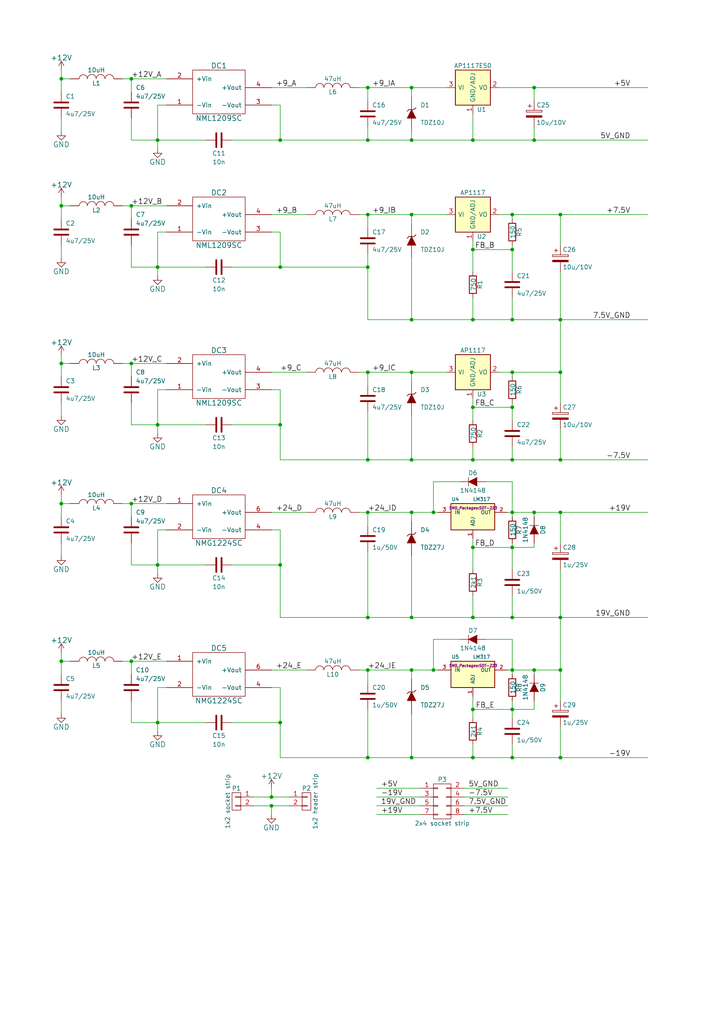
<source format=kicad_sch>
(kicad_sch (version 20230121) (generator eeschema)
  (paper "A4" portrait)
  (junction (at 148.59 62.23))
  (junction (at 81.28 77.47))
  (junction (at 38.1 59.69))
  (junction (at 119.38 107.95))
  (junction (at 119.38 40.64))
  (junction (at 148.59 148.59))
  (junction (at 106.68 62.23))
  (junction (at 119.38 219.71))
  (junction (at 162.56 133.35))
  (junction (at 154.94 25.4))
  (junction (at 45.72 123.19))
  (junction (at 148.59 194.31))
  (junction (at 154.94 194.31))
  (junction (at 162.56 62.23))
  (junction (at 45.72 77.47))
  (junction (at 38.1 22.86))
  (junction (at 119.38 92.71))
  (junction (at 162.56 219.71))
  (junction (at 137.16 205.74))
  (junction (at 154.94 148.59))
  (junction (at 119.38 133.35))
  (junction (at 81.28 209.55))
  (junction (at 45.72 209.55))
  (junction (at 119.38 62.23))
  (junction (at 106.68 77.47))
  (junction (at 38.1 105.41))
  (junction (at 119.38 25.4))
  (junction (at 119.38 148.59))
  (junction (at 78.74 233.68))
  (junction (at 137.16 158.75))
  (junction (at 154.94 40.64))
  (junction (at 137.16 179.07))
  (junction (at 106.68 148.59))
  (junction (at 162.56 107.95))
  (junction (at 17.78 146.05))
  (junction (at 137.16 133.35))
  (junction (at 106.68 133.35))
  (junction (at 38.1 191.77))
  (junction (at 17.78 59.69))
  (junction (at 106.68 40.64))
  (junction (at 137.16 219.71))
  (junction (at 162.56 92.71))
  (junction (at 81.28 163.83))
  (junction (at 119.38 194.31))
  (junction (at 106.68 25.4))
  (junction (at 17.78 191.77))
  (junction (at 137.16 40.64))
  (junction (at 137.16 118.11))
  (junction (at 148.59 133.35))
  (junction (at 119.38 179.07))
  (junction (at 78.74 231.14))
  (junction (at 148.59 92.71))
  (junction (at 125.73 194.31))
  (junction (at 148.59 158.75))
  (junction (at 106.68 179.07))
  (junction (at 106.68 107.95))
  (junction (at 45.72 40.64))
  (junction (at 148.59 118.11))
  (junction (at 81.28 40.64))
  (junction (at 148.59 205.74))
  (junction (at 106.68 219.71))
  (junction (at 125.73 148.59))
  (junction (at 17.78 105.41))
  (junction (at 148.59 107.95))
  (junction (at 162.56 148.59))
  (junction (at 45.72 163.83))
  (junction (at 148.59 219.71))
  (junction (at 162.56 194.31))
  (junction (at 81.28 123.19))
  (junction (at 17.78 22.86))
  (junction (at 148.59 179.07))
  (junction (at 137.16 92.71))
  (junction (at 137.16 72.39))
  (junction (at 38.1 146.05))
  (junction (at 148.59 72.39))
  (junction (at 162.56 179.07))
  (junction (at 106.68 194.31))
  (wire (pts (xy 17.78 116.84) (xy 17.78 120.65)))
  (wire (pts (xy 17.78 59.69) (xy 17.78 63.5)))
  (wire (pts (xy 38.1 163.83) (xy 45.72 163.83)))
  (wire (pts (xy 106.68 148.59) (xy 119.38 148.59)))
  (wire (pts (xy 144.78 25.4) (xy 154.94 25.4)))
  (wire (pts (xy 45.72 77.47) (xy 45.72 80.01)))
  (wire (pts (xy 38.1 40.64) (xy 45.72 40.64)))
  (wire (pts (xy 17.78 57.15) (xy 17.78 59.69)))
  (wire (pts (xy 162.56 219.71) (xy 187.96 219.71)))
  (wire (pts (xy 38.1 191.77) (xy 48.26 191.77)))
  (wire (pts (xy 67.31 77.47) (xy 81.28 77.47)))
  (wire (pts (xy 162.56 92.71) (xy 162.56 107.95)))
  (wire (pts (xy 147.32 236.22) (xy 134.62 236.22)))
  (wire (pts (xy 45.72 40.64) (xy 45.72 43.18)))
  (wire (pts (xy 148.59 157.48) (xy 148.59 158.75)))
  (wire (pts (xy 81.28 123.19) (xy 67.31 123.19)))
  (wire (pts (xy 148.59 179.07) (xy 162.56 179.07)))
  (wire (pts (xy 88.9 107.95) (xy 78.74 107.95)))
  (wire (pts (xy 137.16 115.57) (xy 137.16 118.11)))
  (wire (pts (xy 45.72 113.03) (xy 45.72 123.19)))
  (wire (pts (xy 106.68 62.23) (xy 106.68 66.04)))
  (wire (pts (xy 81.28 163.83) (xy 81.28 179.07)))
  (wire (pts (xy 78.74 153.67) (xy 81.28 153.67)))
  (wire (pts (xy 119.38 194.31) (xy 125.73 194.31)))
  (wire (pts (xy 147.32 228.6) (xy 134.62 228.6)))
  (wire (pts (xy 106.68 62.23) (xy 119.38 62.23)))
  (wire (pts (xy 45.72 77.47) (xy 59.69 77.47)))
  (wire (pts (xy 140.97 185.42) (xy 148.59 185.42)))
  (wire (pts (xy 137.16 158.75) (xy 137.16 165.1)))
  (wire (pts (xy 137.16 40.64) (xy 137.16 33.02)))
  (wire (pts (xy 106.68 179.07) (xy 119.38 179.07)))
  (wire (pts (xy 17.78 143.51) (xy 17.78 146.05)))
  (wire (pts (xy 148.59 109.22) (xy 148.59 107.95)))
  (wire (pts (xy 154.94 29.21) (xy 154.94 25.4)))
  (wire (pts (xy 148.59 129.54) (xy 148.59 133.35)))
  (wire (pts (xy 45.72 163.83) (xy 59.69 163.83)))
  (wire (pts (xy 119.38 219.71) (xy 137.16 219.71)))
  (wire (pts (xy 162.56 71.12) (xy 162.56 62.23)))
  (wire (pts (xy 140.97 139.7) (xy 148.59 139.7)))
  (wire (pts (xy 148.59 92.71) (xy 162.56 92.71)))
  (wire (pts (xy 154.94 194.31) (xy 148.59 194.31)))
  (wire (pts (xy 125.73 148.59) (xy 127 148.59)))
  (wire (pts (xy 38.1 26.67) (xy 38.1 22.86)))
  (wire (pts (xy 119.38 92.71) (xy 137.16 92.71)))
  (wire (pts (xy 38.1 22.86) (xy 48.26 22.86)))
  (wire (pts (xy 38.1 163.83) (xy 38.1 157.48)))
  (wire (pts (xy 162.56 92.71) (xy 187.96 92.71)))
  (wire (pts (xy 137.16 92.71) (xy 148.59 92.71)))
  (wire (pts (xy 17.78 34.29) (xy 17.78 38.1)))
  (wire (pts (xy 17.78 203.2) (xy 17.78 207.01)))
  (wire (pts (xy 81.28 163.83) (xy 67.31 163.83)))
  (wire (pts (xy 48.26 30.48) (xy 45.72 30.48)))
  (wire (pts (xy 119.38 151.13) (xy 119.38 148.59)))
  (wire (pts (xy 104.14 62.23) (xy 106.68 62.23)))
  (wire (pts (xy 148.59 148.59) (xy 154.94 148.59)))
  (wire (pts (xy 38.1 40.64) (xy 38.1 34.29)))
  (wire (pts (xy 45.72 123.19) (xy 59.69 123.19)))
  (wire (pts (xy 148.59 172.72) (xy 148.59 179.07)))
  (wire (pts (xy 162.56 124.46) (xy 162.56 133.35)))
  (wire (pts (xy 81.28 179.07) (xy 106.68 179.07)))
  (wire (pts (xy 121.92 236.22) (xy 109.22 236.22)))
  (wire (pts (xy 45.72 209.55) (xy 59.69 209.55)))
  (wire (pts (xy 35.56 191.77) (xy 38.1 191.77)))
  (wire (pts (xy 78.74 231.14) (xy 78.74 228.6)))
  (wire (pts (xy 148.59 72.39) (xy 148.59 78.74)))
  (wire (pts (xy 125.73 139.7) (xy 125.73 148.59)))
  (wire (pts (xy 154.94 40.64) (xy 187.96 40.64)))
  (wire (pts (xy 38.1 149.86) (xy 38.1 146.05)))
  (wire (pts (xy 106.68 25.4) (xy 106.68 29.21)))
  (wire (pts (xy 119.38 62.23) (xy 129.54 62.23)))
  (wire (pts (xy 137.16 133.35) (xy 148.59 133.35)))
  (wire (pts (xy 20.32 105.41) (xy 17.78 105.41)))
  (wire (pts (xy 38.1 63.5) (xy 38.1 59.69)))
  (wire (pts (xy 81.28 67.31) (xy 81.28 77.47)))
  (wire (pts (xy 119.38 110.49) (xy 119.38 107.95)))
  (wire (pts (xy 119.38 196.85) (xy 119.38 194.31)))
  (wire (pts (xy 78.74 62.23) (xy 88.9 62.23)))
  (wire (pts (xy 104.14 25.4) (xy 106.68 25.4)))
  (wire (pts (xy 38.1 77.47) (xy 38.1 71.12)))
  (wire (pts (xy 148.59 205.74) (xy 148.59 208.28)))
  (wire (pts (xy 162.56 78.74) (xy 162.56 92.71)))
  (wire (pts (xy 162.56 107.95) (xy 162.56 116.84)))
  (wire (pts (xy 119.38 27.94) (xy 119.38 25.4)))
  (wire (pts (xy 137.16 201.93) (xy 137.16 205.74)))
  (wire (pts (xy 38.1 209.55) (xy 38.1 203.2)))
  (wire (pts (xy 48.26 199.39) (xy 45.72 199.39)))
  (wire (pts (xy 17.78 191.77) (xy 17.78 195.58)))
  (wire (pts (xy 78.74 67.31) (xy 81.28 67.31)))
  (wire (pts (xy 17.78 20.32) (xy 17.78 22.86)))
  (wire (pts (xy 20.32 146.05) (xy 17.78 146.05)))
  (wire (pts (xy 45.72 123.19) (xy 45.72 125.73)))
  (wire (pts (xy 144.78 107.95) (xy 148.59 107.95)))
  (wire (pts (xy 45.72 209.55) (xy 45.72 212.09)))
  (wire (pts (xy 17.78 22.86) (xy 17.78 26.67)))
  (wire (pts (xy 125.73 194.31) (xy 127 194.31)))
  (wire (pts (xy 67.31 209.55) (xy 81.28 209.55)))
  (wire (pts (xy 35.56 59.69) (xy 38.1 59.69)))
  (wire (pts (xy 119.38 74.93) (xy 119.38 92.71)))
  (wire (pts (xy 162.56 194.31) (xy 162.56 203.2)))
  (wire (pts (xy 162.56 179.07) (xy 187.96 179.07)))
  (wire (pts (xy 148.59 194.31) (xy 147.32 194.31)))
  (wire (pts (xy 35.56 22.86) (xy 38.1 22.86)))
  (wire (pts (xy 133.35 185.42) (xy 125.73 185.42)))
  (wire (pts (xy 106.68 160.02) (xy 106.68 179.07)))
  (wire (pts (xy 154.94 36.83) (xy 154.94 40.64)))
  (wire (pts (xy 148.59 185.42) (xy 148.59 194.31)))
  (wire (pts (xy 106.68 219.71) (xy 119.38 219.71)))
  (wire (pts (xy 78.74 148.59) (xy 88.9 148.59)))
  (wire (pts (xy 148.59 116.84) (xy 148.59 118.11)))
  (wire (pts (xy 38.1 123.19) (xy 45.72 123.19)))
  (wire (pts (xy 81.28 113.03) (xy 81.28 123.19)))
  (wire (pts (xy 88.9 194.31) (xy 78.74 194.31)))
  (wire (pts (xy 119.38 161.29) (xy 119.38 179.07)))
  (wire (pts (xy 38.1 146.05) (xy 48.26 146.05)))
  (wire (pts (xy 78.74 25.4) (xy 88.9 25.4)))
  (wire (pts (xy 148.59 107.95) (xy 162.56 107.95)))
  (wire (pts (xy 106.68 205.74) (xy 106.68 219.71)))
  (wire (pts (xy 106.68 107.95) (xy 106.68 111.76)))
  (wire (pts (xy 148.59 194.31) (xy 148.59 195.58)))
  (wire (pts (xy 38.1 123.19) (xy 38.1 116.84)))
  (wire (pts (xy 81.28 209.55) (xy 81.28 219.71)))
  (wire (pts (xy 48.26 67.31) (xy 45.72 67.31)))
  (wire (pts (xy 137.16 156.21) (xy 137.16 158.75)))
  (wire (pts (xy 106.68 92.71) (xy 119.38 92.71)))
  (wire (pts (xy 148.59 133.35) (xy 162.56 133.35)))
  (wire (pts (xy 144.78 62.23) (xy 148.59 62.23)))
  (wire (pts (xy 148.59 219.71) (xy 162.56 219.71)))
  (wire (pts (xy 137.16 179.07) (xy 148.59 179.07)))
  (wire (pts (xy 148.59 72.39) (xy 137.16 72.39)))
  (wire (pts (xy 104.14 194.31) (xy 106.68 194.31)))
  (wire (pts (xy 35.56 146.05) (xy 38.1 146.05)))
  (wire (pts (xy 162.56 219.71) (xy 162.56 210.82)))
  (wire (pts (xy 38.1 109.22) (xy 38.1 105.41)))
  (wire (pts (xy 137.16 118.11) (xy 137.16 121.92)))
  (wire (pts (xy 45.72 30.48) (xy 45.72 40.64)))
  (wire (pts (xy 73.66 233.68) (xy 78.74 233.68)))
  (wire (pts (xy 137.16 69.85) (xy 137.16 72.39)))
  (wire (pts (xy 162.56 62.23) (xy 187.96 62.23)))
  (wire (pts (xy 148.59 139.7) (xy 148.59 148.59)))
  (wire (pts (xy 78.74 231.14) (xy 83.82 231.14)))
  (wire (pts (xy 154.94 158.75) (xy 154.94 157.48)))
  (wire (pts (xy 121.92 233.68) (xy 109.22 233.68)))
  (wire (pts (xy 121.92 228.6) (xy 109.22 228.6)))
  (wire (pts (xy 148.59 86.36) (xy 148.59 92.71)))
  (wire (pts (xy 137.16 158.75) (xy 148.59 158.75)))
  (wire (pts (xy 148.59 118.11) (xy 148.59 121.92)))
  (wire (pts (xy 148.59 118.11) (xy 137.16 118.11)))
  (wire (pts (xy 106.68 36.83) (xy 106.68 40.64)))
  (wire (pts (xy 137.16 179.07) (xy 137.16 172.72)))
  (wire (pts (xy 81.28 133.35) (xy 106.68 133.35)))
  (wire (pts (xy 147.32 231.14) (xy 134.62 231.14)))
  (wire (pts (xy 137.16 133.35) (xy 137.16 129.54)))
  (wire (pts (xy 81.28 153.67) (xy 81.28 163.83)))
  (wire (pts (xy 162.56 133.35) (xy 187.96 133.35)))
  (wire (pts (xy 17.78 189.23) (xy 17.78 191.77)))
  (wire (pts (xy 119.38 207.01) (xy 119.38 219.71)))
  (wire (pts (xy 106.68 148.59) (xy 106.68 152.4)))
  (wire (pts (xy 137.16 219.71) (xy 137.16 215.9)))
  (wire (pts (xy 81.28 77.47) (xy 106.68 77.47)))
  (wire (pts (xy 119.38 120.65) (xy 119.38 133.35)))
  (wire (pts (xy 38.1 105.41) (xy 48.26 105.41)))
  (wire (pts (xy 137.16 205.74) (xy 137.16 208.28)))
  (wire (pts (xy 121.92 231.14) (xy 109.22 231.14)))
  (wire (pts (xy 73.66 231.14) (xy 78.74 231.14)))
  (wire (pts (xy 148.59 158.75) (xy 148.59 165.1)))
  (wire (pts (xy 106.68 40.64) (xy 119.38 40.64)))
  (wire (pts (xy 133.35 139.7) (xy 125.73 139.7)))
  (wire (pts (xy 48.26 113.03) (xy 45.72 113.03)))
  (wire (pts (xy 81.28 219.71) (xy 106.68 219.71)))
  (wire (pts (xy 38.1 209.55) (xy 45.72 209.55)))
  (wire (pts (xy 119.38 133.35) (xy 137.16 133.35)))
  (wire (pts (xy 148.59 71.12) (xy 148.59 72.39)))
  (wire (pts (xy 162.56 165.1) (xy 162.56 179.07)))
  (wire (pts (xy 38.1 77.47) (xy 45.72 77.47)))
  (wire (pts (xy 154.94 194.31) (xy 154.94 195.58)))
  (wire (pts (xy 20.32 191.77) (xy 17.78 191.77)))
  (wire (pts (xy 154.94 148.59) (xy 154.94 149.86)))
  (wire (pts (xy 125.73 185.42) (xy 125.73 194.31)))
  (wire (pts (xy 137.16 72.39) (xy 137.16 78.74)))
  (wire (pts (xy 147.32 233.68) (xy 134.62 233.68)))
  (wire (pts (xy 81.28 30.48) (xy 81.28 40.64)))
  (wire (pts (xy 104.14 107.95) (xy 106.68 107.95)))
  (wire (pts (xy 78.74 30.48) (xy 81.28 30.48)))
  (wire (pts (xy 137.16 40.64) (xy 154.94 40.64)))
  (wire (pts (xy 106.68 119.38) (xy 106.68 133.35)))
  (wire (pts (xy 17.78 146.05) (xy 17.78 149.86)))
  (wire (pts (xy 81.28 199.39) (xy 81.28 209.55)))
  (wire (pts (xy 162.56 157.48) (xy 162.56 148.59)))
  (wire (pts (xy 17.78 157.48) (xy 17.78 161.29)))
  (wire (pts (xy 17.78 105.41) (xy 17.78 109.22)))
  (wire (pts (xy 48.26 153.67) (xy 45.72 153.67)))
  (wire (pts (xy 106.68 77.47) (xy 106.68 92.71)))
  (wire (pts (xy 17.78 102.87) (xy 17.78 105.41)))
  (wire (pts (xy 20.32 22.86) (xy 17.78 22.86)))
  (wire (pts (xy 106.68 133.35) (xy 119.38 133.35)))
  (wire (pts (xy 81.28 123.19) (xy 81.28 133.35)))
  (wire (pts (xy 119.38 148.59) (xy 125.73 148.59)))
  (wire (pts (xy 38.1 59.69) (xy 48.26 59.69)))
  (wire (pts (xy 162.56 179.07) (xy 162.56 194.31)))
  (wire (pts (xy 20.32 59.69) (xy 17.78 59.69)))
  (wire (pts (xy 148.59 203.2) (xy 148.59 205.74)))
  (wire (pts (xy 106.68 73.66) (xy 106.68 77.47)))
  (wire (pts (xy 45.72 40.64) (xy 59.69 40.64)))
  (wire (pts (xy 78.74 233.68) (xy 83.82 233.68)))
  (wire (pts (xy 45.72 163.83) (xy 45.72 166.37)))
  (wire (pts (xy 154.94 25.4) (xy 187.96 25.4)))
  (wire (pts (xy 78.74 199.39) (xy 81.28 199.39)))
  (wire (pts (xy 106.68 194.31) (xy 119.38 194.31)))
  (wire (pts (xy 148.59 215.9) (xy 148.59 219.71)))
  (wire (pts (xy 162.56 194.31) (xy 154.94 194.31)))
  (wire (pts (xy 106.68 25.4) (xy 119.38 25.4)))
  (wire (pts (xy 137.16 92.71) (xy 137.16 86.36)))
  (wire (pts (xy 147.32 148.59) (xy 148.59 148.59)))
  (wire (pts (xy 119.38 38.1) (xy 119.38 40.64)))
  (wire (pts (xy 119.38 40.64) (xy 137.16 40.64)))
  (wire (pts (xy 137.16 205.74) (xy 148.59 205.74)))
  (wire (pts (xy 35.56 105.41) (xy 38.1 105.41)))
  (wire (pts (xy 162.56 148.59) (xy 187.96 148.59)))
  (wire (pts (xy 148.59 205.74) (xy 154.94 205.74)))
  (wire (pts (xy 119.38 107.95) (xy 129.54 107.95)))
  (wire (pts (xy 119.38 25.4) (xy 129.54 25.4)))
  (wire (pts (xy 154.94 205.74) (xy 154.94 203.2)))
  (wire (pts (xy 119.38 179.07) (xy 137.16 179.07)))
  (wire (pts (xy 119.38 64.77) (xy 119.38 62.23)))
  (wire (pts (xy 154.94 148.59) (xy 162.56 148.59)))
  (wire (pts (xy 17.78 71.12) (xy 17.78 74.93)))
  (wire (pts (xy 148.59 158.75) (xy 154.94 158.75)))
  (wire (pts (xy 38.1 195.58) (xy 38.1 191.77)))
  (wire (pts (xy 104.14 148.59) (xy 106.68 148.59)))
  (wire (pts (xy 45.72 199.39) (xy 45.72 209.55)))
  (wire (pts (xy 45.72 153.67) (xy 45.72 163.83)))
  (wire (pts (xy 67.31 40.64) (xy 81.28 40.64)))
  (wire (pts (xy 148.59 62.23) (xy 162.56 62.23)))
  (wire (pts (xy 106.68 107.95) (xy 119.38 107.95)))
  (wire (pts (xy 137.16 219.71) (xy 148.59 219.71)))
  (wire (pts (xy 148.59 148.59) (xy 148.59 149.86)))
  (wire (pts (xy 78.74 113.03) (xy 81.28 113.03)))
  (wire (pts (xy 106.68 194.31) (xy 106.68 198.12)))
  (wire (pts (xy 81.28 40.64) (xy 106.68 40.64)))
  (wire (pts (xy 78.74 233.68) (xy 78.74 236.22)))
  (wire (pts (xy 45.72 67.31) (xy 45.72 77.47)))
  (wire (pts (xy 148.59 63.5) (xy 148.59 62.23)))
  (label "FB_C" (at 143.51 118.11 180) (effects (font (size 1.524 1.524))))
  (label "FB_E" (at 143.51 205.74 180) (effects (font (size 1.524 1.524))))
  (label "+12V_B" (at 38.1 59.69 0) (effects (font (size 1.524 1.524))))
  (label "19V_GND" (at 110.49 233.68 0) (effects (font (size 1.524 1.524))))
  (label "-19V" (at 182.88 219.71 180) (effects (font (size 1.524 1.524))))
  (label "+24_E" (at 80.01 194.31 0) (effects (font (size 1.524 1.524))))
  (label "+9_IC" (at 107.95 107.95 0) (effects (font (size 1.524 1.524))))
  (label "+24_ID" (at 106.68 148.59 0) (effects (font (size 1.524 1.524))))
  (label "+9_IA" (at 107.95 25.4 0) (effects (font (size 1.524 1.524))))
  (label "+9_C" (at 81.28 107.95 0) (effects (font (size 1.524 1.524))))
  (label "+7.5V" (at 182.88 62.23 180) (effects (font (size 1.524 1.524))))
  (label "FB_B" (at 143.51 72.39 180) (effects (font (size 1.524 1.524))))
  (label "+9_B" (at 80.01 62.23 0) (effects (font (size 1.524 1.524))))
  (label "19V_GND" (at 182.88 179.07 180) (effects (font (size 1.524 1.524))))
  (label "5V_GND" (at 135.89 228.6 0) (effects (font (size 1.524 1.524))))
  (label "+12V_E" (at 38.1 191.77 0) (effects (font (size 1.524 1.524))))
  (label "+19V" (at 110.49 236.22 0) (effects (font (size 1.524 1.524))))
  (label "+9_IB" (at 107.95 62.23 0) (effects (font (size 1.524 1.524))))
  (label "+24_D" (at 80.01 148.59 0) (effects (font (size 1.524 1.524))))
  (label "+5V" (at 182.88 25.4 180) (effects (font (size 1.524 1.524))))
  (label "-7.5V" (at 182.88 133.35 180) (effects (font (size 1.524 1.524))))
  (label "-19V" (at 110.49 231.14 0) (effects (font (size 1.524 1.524))))
  (label "7.5V_GND" (at 182.88 92.71 180) (effects (font (size 1.524 1.524))))
  (label "+19V" (at 182.88 148.59 180) (effects (font (size 1.524 1.524))))
  (label "+7.5V" (at 135.89 236.22 0) (effects (font (size 1.524 1.524))))
  (label "+12V_A" (at 38.1 22.86 0) (effects (font (size 1.524 1.524))))
  (label "+5V" (at 110.49 228.6 0) (effects (font (size 1.524 1.524))))
  (label "+12V_C" (at 38.1 105.41 0) (effects (font (size 1.524 1.524))))
  (label "FB_D" (at 143.51 158.75 180) (effects (font (size 1.524 1.524))))
  (label "+24_IE" (at 106.68 194.31 0) (effects (font (size 1.524 1.524))))
  (label "+9_A" (at 80.01 25.4 0) (effects (font (size 1.524 1.524))))
  (label "5V_GND" (at 182.88 40.64 180) (effects (font (size 1.524 1.524))))
  (label "-7.5V" (at 135.89 231.14 0) (effects (font (size 1.524 1.524))))
  (label "+12V_D" (at 38.1 146.05 0) (effects (font (size 1.524 1.524))))
  (label "7.5V_GND" (at 135.89 233.68 0) (effects (font (size 1.524 1.524))))
  (symbol (lib_id "MicroFLiC_DAC_power_supply-rescue:GND") (at 17.78 74.93 0) (unit 1)
    (property "Reference" "#PWR01" (effects hide))
    (property "Value" "GND" (at 17.78 78.74 0) (effects (font (size 1.524 1.524))))
  )
  (symbol (lib_id "MicroFLiC_DAC_power_supply-rescue:GND") (at 45.72 80.01 0) (unit 1)
    (property "Reference" "#PWR02" (effects hide))
    (property "Value" "GND" (at 45.72 83.82 0) (effects (font (size 1.524 1.524))))
  )
  (symbol (lib_id "MicroFLiC_DAC_power_supply-rescue:+12V") (at 17.78 57.15 0) (unit 1)
    (property "Reference" "#PWR03" (effects hide))
    (property "Value" "+12V" (at 17.78 53.594 0) (effects (font (size 1.524 1.524))))
  )
  (symbol (lib_id "MicroFLiC_DAC_power_supply-rescue:AP1117") (at 137.16 62.23 0) (unit 1)
    (property "Reference" "U2" (at 139.7 68.58 0))
    (property "Value" "AP1117" (at 137.16 55.88 0))
    (property "Footprint" "SMD_Packages:SOT-223" (effects hide))
    (property "Part Number" "AP1117EG-13" (effects hide))
    (property "Manufacturer" "Diodes" (effects hide))
    (property "Package" "SOT-223" (effects hide))
    (property "Supplier" "Farnell" (effects hide))
    (property "Order Code" "1825293" (effects hide))
    (property "Alt. Supplier" "Mouser" (effects hide))
    (property "Alt. Order Code" "621-AP1117EG-13" (effects hide))
    (property "Note" "Adjustable linear voltage regulator" (effects hide))
  )
  (symbol (lib_id "MicroFLiC_DAC_power_supply-rescue:R") (at 148.59 67.31 0) (unit 1)
    (property "Reference" "R5" (at 150.622 67.31 90))
    (property "Value" "150" (at 148.7678 67.2846 90))
    (property "Footprint" "Resistors_SMD:R_0805" (effects hide))
    (property "Part Number" "MCWR08X1500FTL" (effects hide))
    (property "Manufacturer" "Multicomp" (effects hide))
    (property "Package" "0805" (effects hide))
    (property "Supplier" "Farnell" (effects hide))
    (property "Order Code" "2447574" (effects hide))
    (property "Alt. Supplier" "Mouser" (effects hide))
    (property "Alt. Order Code" "71-TNPW0805150RFEEA" (effects hide))
    (property "Note" "150Ω/1% 0805 resistor" (effects hide))
  )
  (symbol (lib_id "MicroFLiC_DAC_power_supply-rescue:GND") (at 17.78 120.65 0) (unit 1)
    (property "Reference" "#PWR04" (effects hide))
    (property "Value" "GND" (at 17.78 124.46 0) (effects (font (size 1.524 1.524))))
  )
  (symbol (lib_id "MicroFLiC_DAC_power_supply-rescue:GND") (at 45.72 125.73 0) (unit 1)
    (property "Reference" "#PWR05" (effects hide))
    (property "Value" "GND" (at 45.72 129.54 0) (effects (font (size 1.524 1.524))))
  )
  (symbol (lib_id "MicroFLiC_DAC_power_supply-rescue:+12V") (at 17.78 102.87 0) (unit 1)
    (property "Reference" "#PWR06" (effects hide))
    (property "Value" "+12V" (at 17.78 99.314 0) (effects (font (size 1.524 1.524))))
  )
  (symbol (lib_id "MicroFLiC_DAC_power_supply-rescue:NMLxxxxSC") (at 63.5 26.67 0) (unit 1)
    (property "Reference" "DC1" (at 63.5 19.05 0) (effects (font (size 1.524 1.524))))
    (property "Value" "NML1209SC" (at 63.5 34.29 0) (effects (font (size 1.524 1.524))))
    (property "Footprint" "jakub:MurataNML" (effects hide))
    (property "Part Number" "NML1209SC" (effects hide))
    (property "Manufacturer" "Murata" (effects hide))
    (property "Package" "SIP-4" (effects hide))
    (property "Supplier" "Farnell" (effects hide))
    (property "Order Code" "1021524" (effects hide))
    (property "Alt. Supplier" "Mouser" (effects hide))
    (property "Alt. Order Code" "580-NML1209SC" (effects hide))
    (property "Note" "2W 12V to 9V DC-DC converter" (effects hide))
  )
  (symbol (lib_id "MicroFLiC_DAC_power_supply-rescue:C") (at 17.78 30.48 0) (unit 1)
    (property "Reference" "C1" (at 19.05 27.94 0) (effects (justify left)))
    (property "Value" "4u7/25V" (at 19.05 33.02 0) (effects (justify left)))
    (property "Footprint" "Capacitors_SMD:C_0805" (effects hide))
    (property "Part Number" "GRM21BR61E475MA12L" (effects hide))
    (property "Manufacturer" "Murata" (effects hide))
    (property "Package" "0805" (effects hide))
    (property "Supplier" "Farnell" (effects hide))
    (property "Order Code" "2362111" (effects hide))
    (property "Alt. Supplier" "Mouser" (effects hide))
    (property "Alt. Order Code" "81-GRM21BR61E475MA2L" (effects hide))
    (property "Note" "4.7μF/25V X5R 0805 ceramic capacitor" (effects hide))
  )
  (symbol (lib_id "MicroFLiC_DAC_power_supply-rescue:GND") (at 17.78 38.1 0) (unit 1)
    (property "Reference" "#PWR07" (effects hide))
    (property "Value" "GND" (at 17.78 41.91 0) (effects (font (size 1.524 1.524))))
  )
  (symbol (lib_id "MicroFLiC_DAC_power_supply-rescue:GND") (at 45.72 43.18 0) (unit 1)
    (property "Reference" "#PWR08" (effects hide))
    (property "Value" "GND" (at 45.72 46.99 0) (effects (font (size 1.524 1.524))))
  )
  (symbol (lib_id "MicroFLiC_DAC_power_supply-rescue:+12V") (at 17.78 20.32 0) (unit 1)
    (property "Reference" "#PWR09" (effects hide))
    (property "Value" "+12V" (at 17.78 16.764 0) (effects (font (size 1.524 1.524))))
  )
  (symbol (lib_id "MicroFLiC_DAC_power_supply-rescue:C") (at 63.5 40.64 270) (unit 1)
    (property "Reference" "C11" (at 63.5 44.45 90))
    (property "Value" "10n" (at 63.5 46.99 90))
    (property "Footprint" "Capacitors_SMD:C_0805" (effects hide))
    (property "Part Number" "MCU0805R103KCT" (effects hide))
    (property "Manufacturer" "Multicomp" (effects hide))
    (property "Package" "0805" (effects hide))
    (property "Supplier" "Farnell" (effects hide))
    (property "Order Code" "9406352" (effects hide))
    (property "Alt. Supplier" "Mouser" (effects hide))
    (property "Alt. Order Code" "80-C0805C103K5R" (effects hide))
    (property "Note" "Optional 10 nF 0603 X7R ceramic capacitor" (effects hide))
  )
  (symbol (lib_id "MicroFLiC_DAC_power_supply-rescue:INDUCTOR") (at 96.52 25.4 90) (unit 1)
    (property "Reference" "L6" (at 96.52 26.67 90))
    (property "Value" "47uH" (at 96.52 22.86 90))
    (property "Footprint" "jakub:murata8200coil" (effects hide))
    (property "Part Number" "82473C" (effects hide))
    (property "Manufacturer" "Murata" (effects hide))
    (property "Package" "1210" (effects hide))
    (property "Supplier" "Farnell" (effects hide))
    (property "Order Code" "2112805" (effects hide))
    (property "Alt. Supplier" "Mouser" (effects hide))
    (property "Alt. Order Code" "580-82473C" (effects hide))
    (property "Note" "47μH/0.25A SMD coil" (effects hide))
  )
  (symbol (lib_id "MicroFLiC_DAC_power_supply-rescue:AP1117D50") (at 137.16 25.4 0) (unit 1)
    (property "Reference" "U1" (at 139.7 31.75 0))
    (property "Value" "AP1117E50" (at 137.16 19.05 0))
    (property "Footprint" "SMD_Packages:SOT-223" (effects hide))
    (property "Part Number" "AP1117E50G-13" (effects hide))
    (property "Manufacturer" "Diodes" (effects hide))
    (property "Package" "SOT-223" (effects hide))
    (property "Supplier" "Farnell" (effects hide))
    (property "Order Code" "1825292" (effects hide))
    (property "Alt. Supplier" "Mouser" (effects hide))
    (property "Alt. Order Code" "621-AP1117E50G-13" (effects hide))
    (property "Note" "5V linear voltage regulator" (effects hide))
  )
  (symbol (lib_id "MicroFLiC_DAC_power_supply-rescue:GND") (at 17.78 161.29 0) (unit 1)
    (property "Reference" "#PWR010" (effects hide))
    (property "Value" "GND" (at 17.78 165.1 0) (effects (font (size 1.524 1.524))))
  )
  (symbol (lib_id "MicroFLiC_DAC_power_supply-rescue:GND") (at 45.72 166.37 0) (unit 1)
    (property "Reference" "#PWR011" (effects hide))
    (property "Value" "GND" (at 45.72 170.18 0) (effects (font (size 1.524 1.524))))
  )
  (symbol (lib_id "MicroFLiC_DAC_power_supply-rescue:+12V") (at 17.78 143.51 0) (unit 1)
    (property "Reference" "#PWR012" (effects hide))
    (property "Value" "+12V" (at 17.78 139.954 0) (effects (font (size 1.524 1.524))))
  )
  (symbol (lib_id "MicroFLiC_DAC_power_supply-rescue:C") (at 106.68 156.21 0) (unit 1)
    (property "Reference" "C19" (at 107.95 153.67 0) (effects (justify left)))
    (property "Value" "1u/50V" (at 107.95 158.75 0) (effects (justify left)))
    (property "Footprint" "Capacitors_SMD:C_0805" (effects hide))
    (property "Part Number" "GRM219R61H105KA73D" (effects hide))
    (property "Manufacturer" "Murata" (effects hide))
    (property "Package" "0805" (effects hide))
    (property "Supplier" "Farnell" (effects hide))
    (property "Order Code" "1845750" (effects hide))
    (property "Alt. Supplier" "Mouser" (effects hide))
    (property "Alt. Order Code" "81-GRM219R61H105KA3D" (effects hide))
    (property "Note" "1μF/50V X5R 0805 ceramic capacitor" (effects hide))
  )
  (symbol (lib_id "MicroFLiC_DAC_power_supply-rescue:R") (at 137.16 168.91 0) (unit 1)
    (property "Reference" "R3" (at 139.192 168.91 90))
    (property "Value" "2k1" (at 137.3378 168.8846 90))
    (property "Footprint" "Resistors_SMD:R_0805" (effects hide))
    (property "Part Number" "CRCW08052K10FKEA" (effects hide))
    (property "Manufacturer" "Vishay Draloric" (effects hide))
    (property "Package" "0805" (effects hide))
    (property "Supplier" "Farnell" (effects hide))
    (property "Order Code" "2138945" (effects hide))
    (property "Alt. Supplier" "Mouser" (effects hide))
    (property "Alt. Order Code" "71-CRCW0805-2.1K-E3" (effects hide))
    (property "Note" "2.1kΩ/1% 0805 resistor" (effects hide))
  )
  (symbol (lib_id "MicroFLiC_DAC_power_supply-rescue:GND") (at 17.78 207.01 0) (unit 1)
    (property "Reference" "#PWR013" (effects hide))
    (property "Value" "GND" (at 17.78 210.82 0) (effects (font (size 1.524 1.524))))
  )
  (symbol (lib_id "MicroFLiC_DAC_power_supply-rescue:GND") (at 45.72 212.09 0) (unit 1)
    (property "Reference" "#PWR014" (effects hide))
    (property "Value" "GND" (at 45.72 215.9 0) (effects (font (size 1.524 1.524))))
  )
  (symbol (lib_id "MicroFLiC_DAC_power_supply-rescue:+12V") (at 17.78 189.23 0) (unit 1)
    (property "Reference" "#PWR015" (effects hide))
    (property "Value" "+12V" (at 17.78 185.674 0) (effects (font (size 1.524 1.524))))
  )
  (symbol (lib_id "MicroFLiC_DAC_power_supply-rescue:NMGxxxxSC") (at 63.5 149.86 0) (unit 1)
    (property "Reference" "DC4" (at 63.5 142.24 0) (effects (font (size 1.524 1.524))))
    (property "Value" "NMG1224SC" (at 63.5 157.48 0) (effects (font (size 1.524 1.524))))
    (property "Footprint" "jakub:MurataNMG" (effects hide))
    (property "Part Number" "NMG1224SC" (effects hide))
    (property "Manufacturer" "Murata" (effects hide))
    (property "Package" "SIP-7" (effects hide))
    (property "Supplier" "Farnell" (effects hide))
    (property "Order Code" "2366476" (effects hide))
    (property "Alt. Supplier" "Mouser" (effects hide))
    (property "Alt. Order Code" "81-NMG1224SC" (effects hide))
    (property "Note" "2W 12V to 24V DC-DC converter" (effects hide))
  )
  (symbol (lib_id "MicroFLiC_DAC_power_supply-rescue:LM317EMP") (at 137.16 149.86 0) (unit 1)
    (property "Reference" "U4" (at 132.08 144.78 0) (effects (font (size 1.016 1.016))))
    (property "Value" "LM317" (at 137.16 144.78 0) (effects (font (size 1.016 1.016)) (justify left)))
    (property "Footprint" "SMD_Packages:SOT-223" (at 137.16 147.32 0) (effects (font (size 0.762 0.762) italic)))
    (property "Part Number" "LM317DCY" (effects hide))
    (property "Manufacturer" "Texas Instruments" (effects hide))
    (property "Package" "SOT-223" (effects hide))
    (property "Supplier" "Farnell" (effects hide))
    (property "Order Code" "2112605" (effects hide))
    (property "Alt. Supplier" "Mouser" (effects hide))
    (property "Alt. Order Code" "595-LM317DCY" (effects hide))
    (property "Note" "Adjustable linear voltage regulator" (effects hide))
  )
  (symbol (lib_id "MicroFLiC_DAC_power_supply-rescue:CONN_01X02") (at 68.58 232.41 0) (mirror y) (unit 1)
    (property "Reference" "P1" (at 68.58 228.6 0))
    (property "Value" "1x2 socket strip" (at 66.04 232.41 90))
    (property "Footprint" "jakub:ESQ-102-33-G-S" (effects hide))
    (property "Part Number" "ESQ-102-33-G-S" (effects hide))
    (property "Manufacturer" "Samtec" (effects hide))
    (property "Package" "SIL-2" (effects hide))
    (property "Supplier" "Farnell" (effects hide))
    (property "Order Code" "1927389" (effects hide))
    (property "Alt. Supplier" "Samtec" (effects hide))
    (property "Alt. Order Code" "ESQ-102-33-G-S" (effects hide))
    (property "Note" "1x2 ESQ series elevated socket strip" (effects hide))
  )
  (symbol (lib_id "MicroFLiC_DAC_power_supply-rescue:CONN_01X02") (at 88.9 232.41 0) (unit 1)
    (property "Reference" "P2" (at 88.9 228.6 0))
    (property "Value" "1x2 header strip" (at 91.44 232.41 90))
    (property "Footprint" "Pin_Headers:Pin_Header_Straight_1x02" (effects hide))
    (property "Part Number" "M20-9990245" (effects hide))
    (property "Manufacturer" "Harwin" (effects hide))
    (property "Package" "SIL-2" (effects hide))
    (property "Supplier" "Farnell" (effects hide))
    (property "Order Code" "1022245" (effects hide))
    (property "Alt. Supplier" "Mouser" (effects hide))
    (property "Alt. Order Code" "855-M20-9990245" (effects hide))
    (property "Note" "1x2 header strip" (effects hide))
  )
  (symbol (lib_id "MicroFLiC_DAC_power_supply-rescue:GND") (at 78.74 236.22 0) (unit 1)
    (property "Reference" "#PWR016" (effects hide))
    (property "Value" "GND" (at 78.74 240.03 0) (effects (font (size 1.524 1.524))))
  )
  (symbol (lib_id "MicroFLiC_DAC_power_supply-rescue:+12V") (at 78.74 228.6 0) (unit 1)
    (property "Reference" "#PWR017" (effects hide))
    (property "Value" "+12V" (at 78.74 225.044 0) (effects (font (size 1.524 1.524))))
  )
  (symbol (lib_id "MicroFLiC_DAC_power_supply-rescue:CONN_02X04") (at 128.27 232.41 0) (unit 1)
    (property "Reference" "P3" (at 128.27 226.06 0))
    (property "Value" "2x4 socket strip" (at 128.27 238.76 0))
    (property "Footprint" "jakub:ESQ-104-33-G-D" (effects hide))
    (property "Part Number" "ESQ-104-33-G-D" (effects hide))
    (property "Manufacturer" "Samtec" (effects hide))
    (property "Package" "DIL-8" (effects hide))
    (property "Supplier" "Farnell" (effects hide))
    (property "Order Code" "1929797" (effects hide))
    (property "Alt. Supplier" "Samtec" (effects hide))
    (property "Alt. Order Code" "ESQ-104-33-G-D" (effects hide))
    (property "Note" "2x4 ESQ series elevated socket strip" (effects hide))
  )
  (symbol (lib_id "MicroFLiC_DAC_power_supply-rescue:ZENER") (at 119.38 33.02 270) (unit 1)
    (property "Reference" "D1" (at 121.92 30.48 90) (effects (justify left)))
    (property "Value" "TDZ10J" (at 121.92 35.56 90) (effects (justify left)))
    (property "Footprint" "jakub:SOD-323_Zener" (effects hide))
    (property "Part Number" "TDZ10J" (effects hide))
    (property "Manufacturer" "NXP Semiconductors" (effects hide))
    (property "Package" "SOD-323" (effects hide))
    (property "Supplier" "Farnell" (effects hide))
    (property "Order Code" "2069495" (effects hide))
    (property "Alt. Supplier" "Mouser" (effects hide))
    (property "Alt. Order Code" "771-TDZ10J115" (effects hide))
    (property "Note" "10V SOD-323 Zener diode" (effects hide))
  )
  (symbol (lib_id "MicroFLiC_DAC_power_supply-rescue:INDUCTOR") (at 27.94 22.86 90) (unit 1)
    (property "Reference" "L1" (at 27.94 24.13 90))
    (property "Value" "10uH" (at 27.94 20.32 90))
    (property "Footprint" "jakub:murata8200coil" (effects hide))
    (property "Part Number" "7440329100" (effects hide))
    (property "Manufacturer" "Wurth Elektronik" (effects hide))
    (property "Package" "1210" (effects hide))
    (property "Supplier" "Farnell" (effects hide))
    (property "Order Code" "2082513" (effects hide))
    (property "Alt. Supplier" "Mouser" (effects hide))
    (property "Alt. Order Code" "710-7440329100" (effects hide))
    (property "Note" "10μH/0.45A SMD coil" (effects hide))
  )
  (symbol (lib_id "MicroFLiC_DAC_power_supply-rescue:C") (at 17.78 67.31 0) (unit 1)
    (property "Reference" "C2" (at 19.05 64.77 0) (effects (justify left)))
    (property "Value" "4u7/25V" (at 19.05 69.85 0) (effects (justify left)))
    (property "Footprint" "Capacitors_SMD:C_0805" (effects hide))
    (property "Part Number" "GRM21BR61E475MA12L" (effects hide))
    (property "Manufacturer" "Murata" (effects hide))
    (property "Package" "0805" (effects hide))
    (property "Supplier" "Farnell" (effects hide))
    (property "Order Code" "2362111" (effects hide))
    (property "Alt. Supplier" "Mouser" (effects hide))
    (property "Alt. Order Code" "81-GRM21BR61E475MA2L" (effects hide))
    (property "Note" "4.7μF/25V X5R 0805 ceramic capacitor" (effects hide))
  )
  (symbol (lib_id "MicroFLiC_DAC_power_supply-rescue:C") (at 17.78 113.03 0) (unit 1)
    (property "Reference" "C3" (at 19.05 110.49 0) (effects (justify left)))
    (property "Value" "4u7/25V" (at 19.05 115.57 0) (effects (justify left)))
    (property "Footprint" "Capacitors_SMD:C_0805" (effects hide))
    (property "Part Number" "GRM21BR61E475MA12L" (effects hide))
    (property "Manufacturer" "Murata" (effects hide))
    (property "Package" "0805" (effects hide))
    (property "Supplier" "Farnell" (effects hide))
    (property "Order Code" "2362111" (effects hide))
    (property "Alt. Supplier" "Mouser" (effects hide))
    (property "Alt. Order Code" "81-GRM21BR61E475MA2L" (effects hide))
    (property "Note" "4.7μF/25V X5R 0805 ceramic capacitor" (effects hide))
  )
  (symbol (lib_id "MicroFLiC_DAC_power_supply-rescue:C") (at 17.78 153.67 0) (unit 1)
    (property "Reference" "C4" (at 19.05 151.13 0) (effects (justify left)))
    (property "Value" "4u7/25V" (at 19.05 156.21 0) (effects (justify left)))
    (property "Footprint" "Capacitors_SMD:C_0805" (effects hide))
    (property "Part Number" "GRM21BR61E475MA12L" (effects hide))
    (property "Manufacturer" "Murata" (effects hide))
    (property "Package" "0805" (effects hide))
    (property "Supplier" "Farnell" (effects hide))
    (property "Order Code" "2362111" (effects hide))
    (property "Alt. Supplier" "Mouser" (effects hide))
    (property "Alt. Order Code" "81-GRM21BR61E475MA2L" (effects hide))
    (property "Note" "4.7μF/25V X5R 0805 ceramic capacitor" (effects hide))
  )
  (symbol (lib_id "MicroFLiC_DAC_power_supply-rescue:C") (at 17.78 199.39 0) (unit 1)
    (property "Reference" "C5" (at 19.05 196.85 0) (effects (justify left)))
    (property "Value" "4u7/25V" (at 19.05 201.93 0) (effects (justify left)))
    (property "Footprint" "Capacitors_SMD:C_0805" (effects hide))
    (property "Part Number" "GRM21BR61E475MA12L" (effects hide))
    (property "Manufacturer" "Murata" (effects hide))
    (property "Package" "0805" (effects hide))
    (property "Supplier" "Farnell" (effects hide))
    (property "Order Code" "2362111" (effects hide))
    (property "Alt. Supplier" "Mouser" (effects hide))
    (property "Alt. Order Code" "81-GRM21BR61E475MA2L" (effects hide))
    (property "Note" "4.7μF/25V X5R 0805 ceramic capacitor" (effects hide))
  )
  (symbol (lib_id "MicroFLiC_DAC_power_supply-rescue:C") (at 106.68 115.57 0) (unit 1)
    (property "Reference" "C18" (at 107.95 113.03 0) (effects (justify left)))
    (property "Value" "4u7/25V" (at 107.95 118.11 0) (effects (justify left)))
    (property "Footprint" "Capacitors_SMD:C_0805" (effects hide))
    (property "Part Number" "GRM21BR61E475MA12L" (effects hide))
    (property "Manufacturer" "Murata" (effects hide))
    (property "Package" "0805" (effects hide))
    (property "Supplier" "Farnell" (effects hide))
    (property "Order Code" "2362111" (effects hide))
    (property "Alt. Supplier" "Mouser" (effects hide))
    (property "Alt. Order Code" "81-GRM21BR61E475MA2L" (effects hide))
    (property "Note" "4.7μF/25V X5R 0805 ceramic capacitor" (effects hide))
  )
  (symbol (lib_id "MicroFLiC_DAC_power_supply-rescue:C") (at 106.68 69.85 0) (unit 1)
    (property "Reference" "C17" (at 107.95 67.31 0) (effects (justify left)))
    (property "Value" "4u7/25V" (at 107.95 72.39 0) (effects (justify left)))
    (property "Footprint" "Capacitors_SMD:C_0805" (effects hide))
    (property "Part Number" "GRM21BR61E475MA12L" (effects hide))
    (property "Manufacturer" "Murata" (effects hide))
    (property "Package" "0805" (effects hide))
    (property "Supplier" "Farnell" (effects hide))
    (property "Order Code" "2362111" (effects hide))
    (property "Alt. Supplier" "Mouser" (effects hide))
    (property "Alt. Order Code" "81-GRM21BR61E475MA2L" (effects hide))
    (property "Note" "4.7μF/25V X5R 0805 ceramic capacitor" (effects hide))
  )
  (symbol (lib_id "MicroFLiC_DAC_power_supply-rescue:C") (at 106.68 33.02 0) (unit 1)
    (property "Reference" "C16" (at 107.95 30.48 0) (effects (justify left)))
    (property "Value" "4u7/25V" (at 107.95 35.56 0) (effects (justify left)))
    (property "Footprint" "Capacitors_SMD:C_0805" (effects hide))
    (property "Part Number" "GRM21BR61E475MA12L" (effects hide))
    (property "Manufacturer" "Murata" (effects hide))
    (property "Package" "0805" (effects hide))
    (property "Supplier" "Farnell" (effects hide))
    (property "Order Code" "2362111" (effects hide))
    (property "Alt. Supplier" "Mouser" (effects hide))
    (property "Alt. Order Code" "81-GRM21BR61E475MA2L" (effects hide))
    (property "Note" "4.7μF/25V X5R 0805 ceramic capacitor" (effects hide))
  )
  (symbol (lib_id "MicroFLiC_DAC_power_supply-rescue:C") (at 106.68 201.93 0) (unit 1)
    (property "Reference" "C20" (at 107.95 199.39 0) (effects (justify left)))
    (property "Value" "1u/50V" (at 107.95 204.47 0) (effects (justify left)))
    (property "Footprint" "Capacitors_SMD:C_0805" (effects hide))
    (property "Part Number" "GRM219R61H105KA73D" (effects hide))
    (property "Manufacturer" "Murata" (effects hide))
    (property "Package" "0805" (effects hide))
    (property "Supplier" "Farnell" (effects hide))
    (property "Order Code" "1845750" (effects hide))
    (property "Alt. Supplier" "Mouser" (effects hide))
    (property "Alt. Order Code" "81-GRM219R61H105KA3D" (effects hide))
    (property "Note" "1μF/50V X5R 0805 ceramic capacitor" (effects hide))
  )
  (symbol (lib_id "MicroFLiC_DAC_power_supply-rescue:R") (at 137.16 82.55 0) (unit 1)
    (property "Reference" "R1" (at 139.192 82.55 90))
    (property "Value" "750" (at 137.3378 82.5246 90))
    (property "Footprint" "Resistors_SMD:R_0805" (effects hide))
    (property "Part Number" "MCMR08X7500FTL" (effects hide))
    (property "Manufacturer" "Multicomp" (effects hide))
    (property "Package" "0805" (effects hide))
    (property "Supplier" "Farnell" (effects hide))
    (property "Order Code" "2073839" (effects hide))
    (property "Alt. Supplier" "Mouser" (effects hide))
    (property "Alt. Order Code" "603-RT0805FRE07750RL" (effects hide))
    (property "Note" "750Ω/1% 0805 resistor" (effects hide))
  )
  (symbol (lib_id "MicroFLiC_DAC_power_supply-rescue:R") (at 137.16 125.73 0) (unit 1)
    (property "Reference" "R2" (at 139.192 125.73 90))
    (property "Value" "750" (at 137.3378 125.7046 90))
    (property "Footprint" "Resistors_SMD:R_0805" (effects hide))
    (property "Part Number" "MCMR08X7500FTL" (effects hide))
    (property "Manufacturer" "Multicomp" (effects hide))
    (property "Supplier" "Farnell" (effects hide))
    (property "Order Code" "2073839" (effects hide))
    (property "Alt. Supplier" "Mouser" (effects hide))
    (property "Alt. Order Code" "603-RT0805FRE07750RL" (effects hide))
    (property "Note" "750Ω/1% 0805 resistor" (effects hide))
  )
  (symbol (lib_id "MicroFLiC_DAC_power_supply-rescue:ZENER") (at 119.38 156.21 270) (unit 1)
    (property "Reference" "D4" (at 121.92 153.67 90) (effects (justify left)))
    (property "Value" "TDZ27J" (at 121.92 158.75 90) (effects (justify left)))
    (property "Footprint" "jakub:SOD-323_Zener" (effects hide))
    (property "Part Number" "TDZ27J" (effects hide))
    (property "Manufacturer" "NXP Semiconductors" (effects hide))
    (property "Package" "SOD-323" (effects hide))
    (property "Supplier" "Farnell" (effects hide))
    (property "Order Code" "2069505" (effects hide))
    (property "Alt. Supplier" "Mouser" (effects hide))
    (property "Alt. Order Code" "771-TDZ27J115" (effects hide))
    (property "Note" "27V SOD-323 Zener diode" (effects hide))
  )
  (symbol (lib_id "MicroFLiC_DAC_power_supply-rescue:C") (at 38.1 30.48 0) (unit 1)
    (property "Reference" "C6" (at 39.37 25.4 0) (effects (justify left)))
    (property "Value" "4u7/25V" (at 39.37 27.94 0) (effects (justify left)))
    (property "Footprint" "Capacitors_SMD:C_0805" (effects hide))
    (property "Part Number" "GRM21BR61E475MA12L" (effects hide))
    (property "Manufacturer" "Murata" (effects hide))
    (property "Package" "0805" (effects hide))
    (property "Supplier" "Farnell" (effects hide))
    (property "Order Code" "2362111" (effects hide))
    (property "Alt. Supplier" "Mouser" (effects hide))
    (property "Alt. Order Code" "81-GRM21BR61E475MA2L" (effects hide))
    (property "Note" "4.7μF/25V X5R 0805 ceramic capacitor" (effects hide))
  )
  (symbol (lib_id "MicroFLiC_DAC_power_supply-rescue:C") (at 38.1 67.31 0) (unit 1)
    (property "Reference" "C7" (at 39.37 62.23 0) (effects (justify left)))
    (property "Value" "4u7/25V" (at 39.37 64.77 0) (effects (justify left)))
    (property "Footprint" "Capacitors_SMD:C_0805" (effects hide))
    (property "Part Number" "GRM21BR61E475MA12L" (effects hide))
    (property "Manufacturer" "Murata" (effects hide))
    (property "Package" "0805" (effects hide))
    (property "Supplier" "Farnell" (effects hide))
    (property "Order Code" "2362111" (effects hide))
    (property "Alt. Supplier" "Mouser" (effects hide))
    (property "Alt. Order Code" "81-GRM21BR61E475MA2L" (effects hide))
    (property "Note" "4.7μF/25V X5R 0805 ceramic capacitor" (effects hide))
  )
  (symbol (lib_id "MicroFLiC_DAC_power_supply-rescue:C") (at 38.1 113.03 0) (unit 1)
    (property "Reference" "C8" (at 39.37 107.95 0) (effects (justify left)))
    (property "Value" "4u7/25V" (at 39.37 110.49 0) (effects (justify left)))
    (property "Footprint" "Capacitors_SMD:C_0805" (effects hide))
    (property "Part Number" "GRM21BR61E475MA12L" (effects hide))
    (property "Manufacturer" "Murata" (effects hide))
    (property "Package" "0805" (effects hide))
    (property "Supplier" "Farnell" (effects hide))
    (property "Order Code" "2362111" (effects hide))
    (property "Alt. Supplier" "Mouser" (effects hide))
    (property "Alt. Order Code" "81-GRM21BR61E475MA2L" (effects hide))
    (property "Note" "4.7μF/25V X5R 0805 ceramic capacitor" (effects hide))
  )
  (symbol (lib_id "MicroFLiC_DAC_power_supply-rescue:C") (at 38.1 153.67 0) (unit 1)
    (property "Reference" "C9" (at 39.37 148.59 0) (effects (justify left)))
    (property "Value" "4u7/25V" (at 39.37 151.13 0) (effects (justify left)))
    (property "Footprint" "Capacitors_SMD:C_0805" (effects hide))
    (property "Part Number" "GRM21BR61E475MA12L" (effects hide))
    (property "Manufacturer" "Murata" (effects hide))
    (property "Package" "0805" (effects hide))
    (property "Supplier" "Farnell" (effects hide))
    (property "Order Code" "2362111" (effects hide))
    (property "Alt. Supplier" "Mouser" (effects hide))
    (property "Alt. Order Code" "81-GRM21BR61E475MA2L" (effects hide))
    (property "Note" "4.7μF/25V X5R 0805 ceramic capacitor" (effects hide))
  )
  (symbol (lib_id "MicroFLiC_DAC_power_supply-rescue:C") (at 38.1 199.39 0) (unit 1)
    (property "Reference" "C10" (at 39.37 194.31 0) (effects (justify left)))
    (property "Value" "4u7/25V" (at 39.37 196.85 0) (effects (justify left)))
    (property "Footprint" "Capacitors_SMD:C_0805" (effects hide))
    (property "Part Number" "GRM21BR61E475MA12L" (effects hide))
    (property "Manufacturer" "Murata" (effects hide))
    (property "Package" "0805" (effects hide))
    (property "Supplier" "Farnell" (effects hide))
    (property "Order Code" "2362111" (effects hide))
    (property "Alt. Supplier" "Mouser" (effects hide))
    (property "Alt. Order Code" "81-GRM21BR61E475MA2L" (effects hide))
    (property "Note" "4.7μF/25V X5R 0805 ceramic capacitor" (effects hide))
  )
  (symbol (lib_id "MicroFLiC_DAC_power_supply-rescue:CP") (at 154.94 33.02 0) (unit 1)
    (property "Reference" "C25" (at 155.575 30.48 0) (effects (justify left)))
    (property "Value" "10u/10V" (at 155.575 35.56 0) (effects (justify left)))
    (property "Footprint" "Capacitors_Tantalum_SMD:TantalC_SizeA_EIA-3216_Reflow" (effects hide))
    (property "Part Number" "TAJA106K010RNJ" (effects hide))
    (property "Manufacturer" "AVX" (effects hide))
    (property "Package" "case A" (effects hide))
    (property "Supplier" "Farnell" (effects hide))
    (property "Order Code" "197130" (effects hide))
    (property "Alt. Supplier" "Mouser" (effects hide))
    (property "Alt. Order Code" "581-TAJA106K010" (effects hide))
    (property "Note" "10μF/10V/3Ω ESR case A tantalum capacitor" (effects hide))
  )
  (symbol (lib_id "MicroFLiC_DAC_power_supply-rescue:CP") (at 162.56 161.29 0) (unit 1)
    (property "Reference" "C28" (at 163.195 158.75 0) (effects (justify left)))
    (property "Value" "1u/25V" (at 163.195 163.83 0) (effects (justify left)))
    (property "Footprint" "Capacitors_Tantalum_SMD:TantalC_SizeA_EIA-3216_Reflow" (effects hide))
    (property "Part Number" "TRJA105K025RRJ" (effects hide))
    (property "Manufacturer" "AVX" (effects hide))
    (property "Package" "case A" (effects hide))
    (property "Supplier" "Farnell" (effects hide))
    (property "Order Code" "1672443" (effects hide))
    (property "Alt. Supplier" "Mouser" (effects hide))
    (property "Alt. Order Code" "74-TMCMA1E105MTRF" (effects hide))
    (property "Note" "1μF/25V/6.6Ω ESR case A tantalum capacitor" (effects hide))
  )
  (symbol (lib_id "MicroFLiC_DAC_power_supply-rescue:INDUCTOR") (at 27.94 59.69 90) (unit 1)
    (property "Reference" "L2" (at 27.94 60.96 90))
    (property "Value" "10uH" (at 27.94 57.15 90))
    (property "Footprint" "jakub:murata8200coil" (effects hide))
    (property "Part Number" "7440329100" (effects hide))
    (property "Manufacturer" "Wurth Elektronik" (effects hide))
    (property "Package" "1210" (effects hide))
    (property "Supplier" "Farnell" (effects hide))
    (property "Order Code" "2082513" (effects hide))
    (property "Alt. Supplier" "Mouser" (effects hide))
    (property "Alt. Order Code" "710-7440329100" (effects hide))
    (property "Note" "10μH/0.45A SMD coil" (effects hide))
  )
  (symbol (lib_id "MicroFLiC_DAC_power_supply-rescue:INDUCTOR") (at 27.94 105.41 90) (unit 1)
    (property "Reference" "L3" (at 27.94 106.68 90))
    (property "Value" "10uH" (at 27.94 102.87 90))
    (property "Footprint" "jakub:murata8200coil" (effects hide))
    (property "Part Number" "7440329100" (effects hide))
    (property "Manufacturer" "Wurth Elektronik" (effects hide))
    (property "Package" "1210" (effects hide))
    (property "Supplier" "Farnell" (effects hide))
    (property "Order Code" "2082513" (effects hide))
    (property "Alt. Supplier" "Mouser" (effects hide))
    (property "Alt. Order Code" "710-7440329100" (effects hide))
    (property "Note" "10μH/0.45A SMD coil" (effects hide))
  )
  (symbol (lib_id "MicroFLiC_DAC_power_supply-rescue:INDUCTOR") (at 27.94 146.05 90) (unit 1)
    (property "Reference" "L4" (at 27.94 147.32 90))
    (property "Value" "10uH" (at 27.94 143.51 90))
    (property "Footprint" "jakub:murata8200coil" (effects hide))
    (property "Part Number" "7440329100" (effects hide))
    (property "Manufacturer" "Wurth Elektronik" (effects hide))
    (property "Package" "1210" (effects hide))
    (property "Supplier" "Farnell" (effects hide))
    (property "Order Code" "2082513" (effects hide))
    (property "Alt. Supplier" "Mouser" (effects hide))
    (property "Alt. Order Code" "710-7440329100" (effects hide))
    (property "Note" "10μH/0.45A SMD coil" (effects hide))
  )
  (symbol (lib_id "MicroFLiC_DAC_power_supply-rescue:INDUCTOR") (at 27.94 191.77 90) (unit 1)
    (property "Reference" "L5" (at 27.94 193.04 90))
    (property "Value" "10uH" (at 27.94 189.23 90))
    (property "Footprint" "jakub:murata8200coil" (effects hide))
    (property "Part Number" "7440329100" (effects hide))
    (property "Manufacturer" "Wurth Elektronik" (effects hide))
    (property "Package" "1210" (effects hide))
    (property "Supplier" "Farnell" (effects hide))
    (property "Order Code" "2082513" (effects hide))
    (property "Alt. Supplier" "Mouser" (effects hide))
    (property "Alt. Order Code" "710-7440329100" (effects hide))
    (property "Note" "10μH/0.45A SMD coil" (effects hide))
  )
  (symbol (lib_id "MicroFLiC_DAC_power_supply-rescue:NMLxxxxSC") (at 63.5 63.5 0) (unit 1)
    (property "Reference" "DC2" (at 63.5 55.88 0) (effects (font (size 1.524 1.524))))
    (property "Value" "NML1209SC" (at 63.5 71.12 0) (effects (font (size 1.524 1.524))))
    (property "Footprint" "jakub:MurataNML" (effects hide))
    (property "Part Number" "NML1209SC" (effects hide))
    (property "Manufacturer" "Murata" (effects hide))
    (property "Package" "SIP-4" (effects hide))
    (property "Supplier" "Farnell" (effects hide))
    (property "Order Code" "1021524" (effects hide))
    (property "Alt. Supplier" "Mouser" (effects hide))
    (property "Alt. Order Code" "580-NML1209SC" (effects hide))
    (property "Note" "2W 12V to 9V DC-DC converter" (effects hide))
  )
  (symbol (lib_id "MicroFLiC_DAC_power_supply-rescue:NMLxxxxSC") (at 63.5 109.22 0) (unit 1)
    (property "Reference" "DC3" (at 63.5 101.6 0) (effects (font (size 1.524 1.524))))
    (property "Value" "NML1209SC" (at 63.5 116.84 0) (effects (font (size 1.524 1.524))))
    (property "Footprint" "jakub:MurataNML" (effects hide))
    (property "Part Number" "NML1209SC" (effects hide))
    (property "Manufacturer" "Murata" (effects hide))
    (property "Package" "SIP-4" (effects hide))
    (property "Supplier" "Farnell" (effects hide))
    (property "Order Code" "1021524" (effects hide))
    (property "Alt. Supplier" "Mouser" (effects hide))
    (property "Alt. Order Code" "580-NML1209SC" (effects hide))
    (property "Note" "2W 12V to 9V DC-DC converter" (effects hide))
  )
  (symbol (lib_id "MicroFLiC_DAC_power_supply-rescue:NMGxxxxSC") (at 63.5 195.58 0) (unit 1)
    (property "Reference" "DC5" (at 63.5 187.96 0) (effects (font (size 1.524 1.524))))
    (property "Value" "NMG1224SC" (at 63.5 203.2 0) (effects (font (size 1.524 1.524))))
    (property "Footprint" "jakub:MurataNMG" (effects hide))
    (property "Part Number" "NMG1224SC" (effects hide))
    (property "Manufacturer" "Murata" (effects hide))
    (property "Package" "SIP-7" (effects hide))
    (property "Supplier" "Farnell" (effects hide))
    (property "Order Code" "2366476" (effects hide))
    (property "Alt. Supplier" "Mouser" (effects hide))
    (property "Alt. Order Code" "81-NMG1224SC" (effects hide))
    (property "Note" "2W 12V to 24V DC-DC converter" (effects hide))
  )
  (symbol (lib_id "MicroFLiC_DAC_power_supply-rescue:C") (at 63.5 77.47 270) (unit 1)
    (property "Reference" "C12" (at 63.5 81.28 90))
    (property "Value" "10n" (at 63.5 83.82 90))
    (property "Footprint" "Capacitors_SMD:C_0805" (effects hide))
    (property "Part Number" "MCU0805R103KCT" (effects hide))
    (property "Manufacturer" "Multicomp" (effects hide))
    (property "Package" "0805" (effects hide))
    (property "Supplier" "Farnell" (effects hide))
    (property "Order Code" "9406352" (effects hide))
    (property "Alt. Supplier" "Mouser" (effects hide))
    (property "Alt. Order Code" "80-C0805C103K5R" (effects hide))
    (property "Note" "Optional 10 nF 0603 X7R ceramic capacitor" (effects hide))
  )
  (symbol (lib_id "MicroFLiC_DAC_power_supply-rescue:C") (at 63.5 123.19 270) (unit 1)
    (property "Reference" "C13" (at 63.5 127 90))
    (property "Value" "10n" (at 63.5 129.54 90))
    (property "Footprint" "Capacitors_SMD:C_0805" (effects hide))
    (property "Part Number" "MCU0805R103KCT" (effects hide))
    (property "Manufacturer" "Multicomp" (effects hide))
    (property "Package" "0805" (effects hide))
    (property "Supplier" "Farnell" (effects hide))
    (property "Order Code" "9406352" (effects hide))
    (property "Alt. Supplier" "Mouser" (effects hide))
    (property "Alt. Order Code" "80-C0805C103K5R" (effects hide))
    (property "Note" "Optional 10 nF 0603 X7R ceramic capacitor" (effects hide))
  )
  (symbol (lib_id "MicroFLiC_DAC_power_supply-rescue:C") (at 63.5 163.83 270) (unit 1)
    (property "Reference" "C14" (at 63.5 167.64 90))
    (property "Value" "10n" (at 63.5 170.18 90))
    (property "Footprint" "Capacitors_SMD:C_0805" (effects hide))
    (property "Part Number" "MCU0805R103KCT" (effects hide))
    (property "Manufacturer" "Multicomp" (effects hide))
    (property "Package" "0805" (effects hide))
    (property "Supplier" "Farnell" (effects hide))
    (property "Order Code" "9406352" (effects hide))
    (property "Alt. Supplier" "Mouser" (effects hide))
    (property "Alt. Order Code" "80-C0805C103K5R" (effects hide))
    (property "Note" "Optional 10 nF 0603 X7R ceramic capacitor" (effects hide))
  )
  (symbol (lib_id "MicroFLiC_DAC_power_supply-rescue:C") (at 63.5 209.55 270) (unit 1)
    (property "Reference" "C15" (at 63.5 213.36 90))
    (property "Value" "10n" (at 63.5 215.9 90))
    (property "Footprint" "Capacitors_SMD:C_0805" (effects hide))
    (property "Part Number" "MCU0805R103KCT" (effects hide))
    (property "Manufacturer" "Multicomp" (effects hide))
    (property "Package" "0805" (effects hide))
    (property "Supplier" "Farnell" (effects hide))
    (property "Order Code" "9406352" (effects hide))
    (property "Alt. Supplier" "Mouser" (effects hide))
    (property "Alt. Order Code" "80-C0805C103K5R" (effects hide))
    (property "Note" "Optional 10 nF 0603 X7R ceramic capacitor" (effects hide))
  )
  (symbol (lib_id "MicroFLiC_DAC_power_supply-rescue:D") (at 137.16 139.7 0) (unit 1)
    (property "Reference" "D6" (at 137.16 137.16 0))
    (property "Value" "1N4148" (at 137.16 142.24 0))
    (property "Footprint" "jakub:SOD-323" (effects hide))
    (property "Part Number" "1N4148WS" (effects hide))
    (property "Manufacturer" "Multicomp" (effects hide))
    (property "Package" "SOD-323" (effects hide))
    (property "Supplier" "Farnell" (effects hide))
    (property "Order Code" "1466524" (effects hide))
    (property "Alt. Supplier" "Mouser" (effects hide))
    (property "Alt. Order Code" "512-1N4148WS" (effects hide))
    (property "Note" "Small signal SOD-323 diode" (effects hide))
  )
  (symbol (lib_id "MicroFLiC_DAC_power_supply-rescue:D") (at 154.94 153.67 270) (unit 1)
    (property "Reference" "D8" (at 157.48 153.67 0))
    (property "Value" "1N4148" (at 152.4 153.67 0))
    (property "Footprint" "jakub:SOD-323" (effects hide))
    (property "Part Number" "1N4148WS" (effects hide))
    (property "Manufacturer" "Multicomp" (effects hide))
    (property "Package" "SOD-323" (effects hide))
    (property "Supplier" "Farnell" (effects hide))
    (property "Order Code" "1466524" (effects hide))
    (property "Alt. Supplier" "Mouser" (effects hide))
    (property "Alt. Order Code" "512-1N4148WS" (effects hide))
    (property "Note" "Small signal SOD-323 diode" (effects hide))
  )
  (symbol (lib_id "MicroFLiC_DAC_power_supply-rescue:INDUCTOR") (at 96.52 62.23 90) (unit 1)
    (property "Reference" "L7" (at 96.52 63.5 90))
    (property "Value" "47uH" (at 96.52 59.69 90))
    (property "Footprint" "jakub:murata8200coil" (effects hide))
    (property "Part Number" "82473C" (effects hide))
    (property "Manufacturer" "Murata" (effects hide))
    (property "Package" "1210" (effects hide))
    (property "Supplier" "Farnell" (effects hide))
    (property "Order Code" "2112805" (effects hide))
    (property "Alt. Supplier" "Mouser" (effects hide))
    (property "Alt. Order Code" "580-82473C" (effects hide))
    (property "Note" "47μH/0.25A SMD coil" (effects hide))
  )
  (symbol (lib_id "MicroFLiC_DAC_power_supply-rescue:D") (at 137.16 185.42 0) (unit 1)
    (property "Reference" "D7" (at 137.16 182.88 0))
    (property "Value" "1N4148" (at 137.16 187.96 0))
    (property "Footprint" "jakub:SOD-323" (effects hide))
    (property "Part Number" "1N4148WS" (effects hide))
    (property "Manufacturer" "Multicomp" (effects hide))
    (property "Package" "SOD-323" (effects hide))
    (property "Supplier" "Farnell" (effects hide))
    (property "Order Code" "1466524" (effects hide))
    (property "Alt. Supplier" "Mouser" (effects hide))
    (property "Alt. Order Code" "512-1N4148WS" (effects hide))
    (property "Note" "Small signal SOD-323 diode" (effects hide))
  )
  (symbol (lib_id "MicroFLiC_DAC_power_supply-rescue:INDUCTOR") (at 96.52 107.95 90) (unit 1)
    (property "Reference" "L8" (at 96.52 109.22 90))
    (property "Value" "47uH" (at 96.52 105.41 90))
    (property "Footprint" "jakub:murata8200coil" (effects hide))
    (property "Part Number" "82473C" (effects hide))
    (property "Manufacturer" "Murata" (effects hide))
    (property "Package" "1210" (effects hide))
    (property "Supplier" "Farnell" (effects hide))
    (property "Order Code" "2112805" (effects hide))
    (property "Alt. Supplier" "Mouser" (effects hide))
    (property "Alt. Order Code" "580-82473C" (effects hide))
    (property "Note" "47μH/0.25A SMD coil" (effects hide))
  )
  (symbol (lib_id "MicroFLiC_DAC_power_supply-rescue:INDUCTOR") (at 96.52 148.59 90) (unit 1)
    (property "Reference" "L9" (at 96.52 149.86 90))
    (property "Value" "47uH" (at 96.52 146.05 90))
    (property "Footprint" "jakub:murata8200coil" (effects hide))
    (property "Part Number" "82473C" (effects hide))
    (property "Manufacturer" "Murata" (effects hide))
    (property "Package" "1210" (effects hide))
    (property "Supplier" "Farnell" (effects hide))
    (property "Order Code" "2112805" (effects hide))
    (property "Alt. Supplier" "Mouser" (effects hide))
    (property "Alt. Order Code" "580-82473C" (effects hide))
    (property "Note" "47μH/0.25A SMD coil" (effects hide))
  )
  (symbol (lib_id "MicroFLiC_DAC_power_supply-rescue:D") (at 154.94 199.39 270) (unit 1)
    (property "Reference" "D9" (at 157.48 199.39 0))
    (property "Value" "1N4148" (at 152.4 199.39 0))
    (property "Footprint" "jakub:SOD-323" (effects hide))
    (property "Part Number" "1N4148WS" (effects hide))
    (property "Manufacturer" "Multicomp" (effects hide))
    (property "Package" "SOD-323" (effects hide))
    (property "Supplier" "Farnell" (effects hide))
    (property "Order Code" "1466524" (effects hide))
    (property "Alt. Supplier" "Mouser" (effects hide))
    (property "Alt. Order Code" "512-1N4148WS" (effects hide))
    (property "Note" "Small signal SOD-323 diode" (effects hide))
  )
  (symbol (lib_id "MicroFLiC_DAC_power_supply-rescue:INDUCTOR") (at 96.52 194.31 90) (unit 1)
    (property "Reference" "L10" (at 96.52 195.58 90))
    (property "Value" "47uH" (at 96.52 191.77 90))
    (property "Footprint" "jakub:murata8200coil" (effects hide))
    (property "Part Number" "82473C" (effects hide))
    (property "Manufacturer" "Murata" (effects hide))
    (property "Package" "1210" (effects hide))
    (property "Supplier" "Farnell" (effects hide))
    (property "Order Code" "2112805" (effects hide))
    (property "Alt. Supplier" "Mouser" (effects hide))
    (property "Alt. Order Code" "580-82473C" (effects hide))
    (property "Note" "47μH/0.25A SMD coil" (effects hide))
  )
  (symbol (lib_id "MicroFLiC_DAC_power_supply-rescue:ZENER") (at 119.38 69.85 270) (unit 1)
    (property "Reference" "D2" (at 121.92 67.31 90) (effects (justify left)))
    (property "Value" "TDZ10J" (at 121.92 72.39 90) (effects (justify left)))
    (property "Footprint" "jakub:SOD-323_Zener" (effects hide))
    (property "Part Number" "TDZ10J" (effects hide))
    (property "Manufacturer" "NXP Semiconductors" (effects hide))
    (property "Package" "SOD-323" (effects hide))
    (property "Supplier" "Farnell" (effects hide))
    (property "Order Code" "2069495" (effects hide))
    (property "Alt. Supplier" "Mouser" (effects hide))
    (property "Alt. Order Code" "771-TDZ10J115" (effects hide))
    (property "Note" "10V SOD-323 Zener diode" (effects hide))
  )
  (symbol (lib_id "MicroFLiC_DAC_power_supply-rescue:ZENER") (at 119.38 115.57 270) (unit 1)
    (property "Reference" "D3" (at 121.92 113.03 90) (effects (justify left)))
    (property "Value" "TDZ10J" (at 121.92 118.11 90) (effects (justify left)))
    (property "Footprint" "jakub:SOD-323_Zener" (effects hide))
    (property "Part Number" "TDZ10J" (effects hide))
    (property "Manufacturer" "NXP Semiconductors" (effects hide))
    (property "Package" "SOD-323" (effects hide))
    (property "Supplier" "Farnell" (effects hide))
    (property "Order Code" "2069495" (effects hide))
    (property "Alt. Supplier" "Mouser" (effects hide))
    (property "Alt. Order Code" "771-TDZ10J115" (effects hide))
    (property "Note" "10V SOD-323 Zener diode" (effects hide))
  )
  (symbol (lib_id "MicroFLiC_DAC_power_supply-rescue:ZENER") (at 119.38 201.93 270) (unit 1)
    (property "Reference" "D5" (at 121.92 199.39 90) (effects (justify left)))
    (property "Value" "TDZ27J" (at 121.92 204.47 90) (effects (justify left)))
    (property "Footprint" "jakub:SOD-323_Zener" (effects hide))
    (property "Part Number" "TDZ27J" (effects hide))
    (property "Manufacturer" "NXP Semiconductors" (effects hide))
    (property "Package" "SOD-323" (effects hide))
    (property "Supplier" "Farnell" (effects hide))
    (property "Order Code" "2069505" (effects hide))
    (property "Alt. Supplier" "Mouser" (effects hide))
    (property "Alt. Order Code" "771-TDZ27J115" (effects hide))
    (property "Note" "27V SOD-323 Zener diode" (effects hide))
  )
  (symbol (lib_id "MicroFLiC_DAC_power_supply-rescue:R") (at 137.16 212.09 0) (unit 1)
    (property "Reference" "R4" (at 139.192 212.09 90))
    (property "Value" "2k1" (at 137.3378 212.0646 90))
    (property "Footprint" "Resistors_SMD:R_0805" (effects hide))
    (property "Part Number" "CRCW08052K10FKEA" (effects hide))
    (property "Manufacturer" "Vishay Draloric" (effects hide))
    (property "Package" "0805" (effects hide))
    (property "Supplier" "Farnell" (effects hide))
    (property "Order Code" "2138945" (effects hide))
    (property "Alt. Supplier" "Mouser" (effects hide))
    (property "Alt. Order Code" "71-CRCW0805-2.1K-E3" (effects hide))
    (property "Note" "2.1kΩ/1% 0805 resistor" (effects hide))
  )
  (symbol (lib_id "MicroFLiC_DAC_power_supply-rescue:R") (at 148.59 113.03 0) (unit 1)
    (property "Reference" "R6" (at 150.622 113.03 90))
    (property "Value" "150" (at 148.7678 113.0046 90))
    (property "Footprint" "Resistors_SMD:R_0805" (effects hide))
    (property "Part Number" "MCWR08X1500FTL" (effects hide))
    (property "Manufacturer" "Multicomp" (effects hide))
    (property "Package" "0805" (effects hide))
    (property "Supplier" "Farnell" (effects hide))
    (property "Order Code" "2447574" (effects hide))
    (property "Alt. Supplier" "Mouser" (effects hide))
    (property "Alt. Order Code" "71-TNPW0805150RFEEA" (effects hide))
    (property "Note" "150Ω/1% 0805 resistor" (effects hide))
  )
  (symbol (lib_id "MicroFLiC_DAC_power_supply-rescue:R") (at 148.59 153.67 0) (unit 1)
    (property "Reference" "R7" (at 150.622 153.67 90))
    (property "Value" "150" (at 148.7678 153.6446 90))
    (property "Footprint" "Resistors_SMD:R_0805" (effects hide))
    (property "Part Number" "MCWR08X1500FTL" (effects hide))
    (property "Manufacturer" "Multicomp" (effects hide))
    (property "Package" "0805" (effects hide))
    (property "Supplier" "Farnell" (effects hide))
    (property "Order Code" "2447574" (effects hide))
    (property "Alt. Supplier" "Mouser" (effects hide))
    (property "Alt. Order Code" "71-TNPW0805150RFEEA" (effects hide))
    (property "Note" "150Ω/1% 0805 resistor" (effects hide))
  )
  (symbol (lib_id "MicroFLiC_DAC_power_supply-rescue:R") (at 148.59 199.39 0) (unit 1)
    (property "Reference" "R8" (at 150.622 199.39 90))
    (property "Value" "150" (at 148.7678 199.3646 90))
    (property "Footprint" "Resistors_SMD:R_0805" (effects hide))
    (property "Part Number" "MCWR08X1500FTL" (effects hide))
    (property "Manufacturer" "Multicomp" (effects hide))
    (property "Package" "0805" (effects hide))
    (property "Supplier" "Farnell" (effects hide))
    (property "Order Code" "2447574" (effects hide))
    (property "Alt. Supplier" "Mouser" (effects hide))
    (property "Alt. Order Code" "71-TNPW0805150RFEEA" (effects hide))
    (property "Note" "150Ω/1% 0805 resistor" (effects hide))
  )
  (symbol (lib_id "MicroFLiC_DAC_power_supply-rescue:AP1117") (at 137.16 107.95 0) (unit 1)
    (property "Reference" "U3" (at 139.7 114.3 0))
    (property "Value" "AP1117" (at 137.16 101.6 0))
    (property "Footprint" "SMD_Packages:SOT-223" (effects hide))
    (property "Part Number" "AP1117EG-13" (effects hide))
    (property "Manufacturer" "Diodes" (effects hide))
    (property "Package" "SOT-223" (effects hide))
    (property "Supplier" "Farnell" (effects hide))
    (property "Order Code" "1825293" (effects hide))
    (property "Alt. Supplier" "Mouser" (effects hide))
    (property "Alt. Order Code" "621-AP1117EG-13" (effects hide))
    (property "Note" "Adjustable linear voltage regulator" (effects hide))
  )
  (symbol (lib_id "MicroFLiC_DAC_power_supply-rescue:LM317EMP") (at 137.16 195.58 0) (unit 1)
    (property "Reference" "U5" (at 132.08 190.5 0) (effects (font (size 1.016 1.016))))
    (property "Value" "LM317" (at 137.16 190.5 0) (effects (font (size 1.016 1.016)) (justify left)))
    (property "Footprint" "SMD_Packages:SOT-223" (at 137.16 193.04 0) (effects (font (size 0.762 0.762) italic)))
    (property "Part Number" "LM317DCY" (effects hide))
    (property "Manufacturer" "Texas Instruments" (effects hide))
    (property "Package" "SOT-223" (effects hide))
    (property "Supplier" "Farnell" (effects hide))
    (property "Order Code" "2112605" (effects hide))
    (property "Alt. Supplier" "Mouser" (effects hide))
    (property "Alt. Order Code" "595-LM317DCY" (effects hide))
    (property "Note" "Adjustable linear voltage regulator" (effects hide))
  )
  (symbol (lib_id "MicroFLiC_DAC_power_supply-rescue:CP") (at 162.56 74.93 0) (unit 1)
    (property "Reference" "C26" (at 163.195 72.39 0) (effects (justify left)))
    (property "Value" "10u/10V" (at 163.195 77.47 0) (effects (justify left)))
    (property "Footprint" "Capacitors_Tantalum_SMD:TantalC_SizeA_EIA-3216_Reflow" (effects hide))
    (property "Part Number" "TAJA106K010RNJ" (effects hide))
    (property "Manufacturer" "AVX" (effects hide))
    (property "Package" "case A" (effects hide))
    (property "Supplier" "Farnell" (effects hide))
    (property "Order Code" "197130" (effects hide))
    (property "Alt. Supplier" "Mouser" (effects hide))
    (property "Alt. Order Code" "581-TAJA106K010" (effects hide))
    (property "Note" "10μF/10V/3Ω ESR case A tantalum capacitor" (effects hide))
  )
  (symbol (lib_id "MicroFLiC_DAC_power_supply-rescue:CP") (at 162.56 120.65 0) (unit 1)
    (property "Reference" "C27" (at 163.195 118.11 0) (effects (justify left)))
    (property "Value" "10u/10V" (at 163.195 123.19 0) (effects (justify left)))
    (property "Footprint" "Capacitors_Tantalum_SMD:TantalC_SizeA_EIA-3216_Reflow" (effects hide))
    (property "Part Number" "TAJA106K010RNJ" (effects hide))
    (property "Manufacturer" "AVX" (effects hide))
    (property "Package" "case A" (effects hide))
    (property "Supplier" "Farnell" (effects hide))
    (property "Order Code" "197130" (effects hide))
    (property "Alt. Supplier" "Mouser" (effects hide))
    (property "Alt. Order Code" "581-TAJA106K010" (effects hide))
    (property "Note" "10μF/10V/3Ω ESR case A tantalum capacitor" (effects hide))
  )
  (symbol (lib_id "MicroFLiC_DAC_power_supply-rescue:CP") (at 162.56 207.01 0) (unit 1)
    (property "Reference" "C29" (at 163.195 204.47 0) (effects (justify left)))
    (property "Value" "1u/25V" (at 163.195 209.55 0) (effects (justify left)))
    (property "Footprint" "Capacitors_Tantalum_SMD:TantalC_SizeA_EIA-3216_Reflow" (effects hide))
    (property "Part Number" "TRJA105K025RRJ" (effects hide))
    (property "Manufacturer" "AVX" (effects hide))
    (property "Package" "case A" (effects hide))
    (property "Supplier" "Farnell" (effects hide))
    (property "Order Code" "1672443" (effects hide))
    (property "Alt. Supplier" "Mouser" (effects hide))
    (property "Alt. Order Code" "74-TMCMA1E105MTRF" (effects hide))
    (property "Note" "1μF/25V/6.6Ω ESR case A tantalum capacitor" (effects hide))
  )
  (symbol (lib_id "MicroFLiC_DAC_power_supply-rescue:C") (at 148.59 212.09 0) (unit 1)
    (property "Reference" "C24" (at 149.86 209.55 0) (effects (justify left)))
    (property "Value" "1u/50V" (at 149.86 214.63 0) (effects (justify left)))
    (property "Footprint" "Capacitors_SMD:C_0805" (effects hide))
    (property "Part Number" "GRM219R61H105KA73D" (effects hide))
    (property "Manufacturer" "Murata" (effects hide))
    (property "Package" "0805" (effects hide))
    (property "Supplier" "Farnell" (effects hide))
    (property "Order Code" "1845750" (effects hide))
    (property "Alt. Supplier" "Mouser" (effects hide))
    (property "Alt. Order Code" "81-GRM219R61H105KA3D" (effects hide))
    (property "Note" "1μF/50V X5R 0805 ceramic capacitor" (effects hide))
  )
  (symbol (lib_id "MicroFLiC_DAC_power_supply-rescue:C") (at 148.59 168.91 0) (unit 1)
    (property "Reference" "C23" (at 149.86 166.37 0) (effects (justify left)))
    (property "Value" "1u/50V" (at 149.86 171.45 0) (effects (justify left)))
    (property "Footprint" "Capacitors_SMD:C_0805" (effects hide))
    (property "Part Number" "GRM219R61H105KA73D" (effects hide))
    (property "Manufacturer" "Murata" (effects hide))
    (property "Package" "0805" (effects hide))
    (property "Supplier" "Farnell" (effects hide))
    (property "Order Code" "1845750" (effects hide))
    (property "Alt. Supplier" "Mouser" (effects hide))
    (property "Alt. Order Code" "81-GRM219R61H105KA3D" (effects hide))
    (property "Note" "1μF/50V X5R 0805 ceramic capacitor" (effects hide))
  )
  (symbol (lib_id "MicroFLiC_DAC_power_supply-rescue:C") (at 148.59 125.73 0) (unit 1)
    (property "Reference" "C22" (at 149.86 123.19 0) (effects (justify left)))
    (property "Value" "4u7/25V" (at 149.86 128.27 0) (effects (justify left)))
    (property "Footprint" "Capacitors_SMD:C_0805" (effects hide))
    (property "Part Number" "GRM21BR61E475MA12L" (effects hide))
    (property "Manufacturer" "Murata" (effects hide))
    (property "Package" "0805" (effects hide))
    (property "Supplier" "Farnell" (effects hide))
    (property "Order Code" "2362111" (effects hide))
    (property "Alt. Supplier" "Mouser" (effects hide))
    (property "Alt. Order Code" "81-GRM21BR61E475MA2L" (effects hide))
    (property "Note" "4.7μF/25V X5R 0805 ceramic capacitor" (effects hide))
  )
  (symbol (lib_id "MicroFLiC_DAC_power_supply-rescue:C") (at 148.59 82.55 0) (unit 1)
    (property "Reference" "C21" (at 149.86 80.01 0) (effects (justify left)))
    (property "Value" "4u7/25V" (at 149.86 85.09 0) (effects (justify left)))
    (property "Footprint" "Capacitors_SMD:C_0805" (effects hide))
    (property "Part Number" "GRM21BR61E475MA12L" (effects hide))
    (property "Manufacturer" "Murata" (effects hide))
    (property "Package" "0805" (effects hide))
    (property "Supplier" "Farnell" (effects hide))
    (property "Order Code" "2362111" (effects hide))
    (property "Alt. Supplier" "Mouser" (effects hide))
    (property "Alt. Order Code" "81-GRM21BR61E475MA2L" (effects hide))
    (property "Note" "4.7μF/25V X5R 0805 ceramic capacitor" (effects hide))
  )
)
</source>
